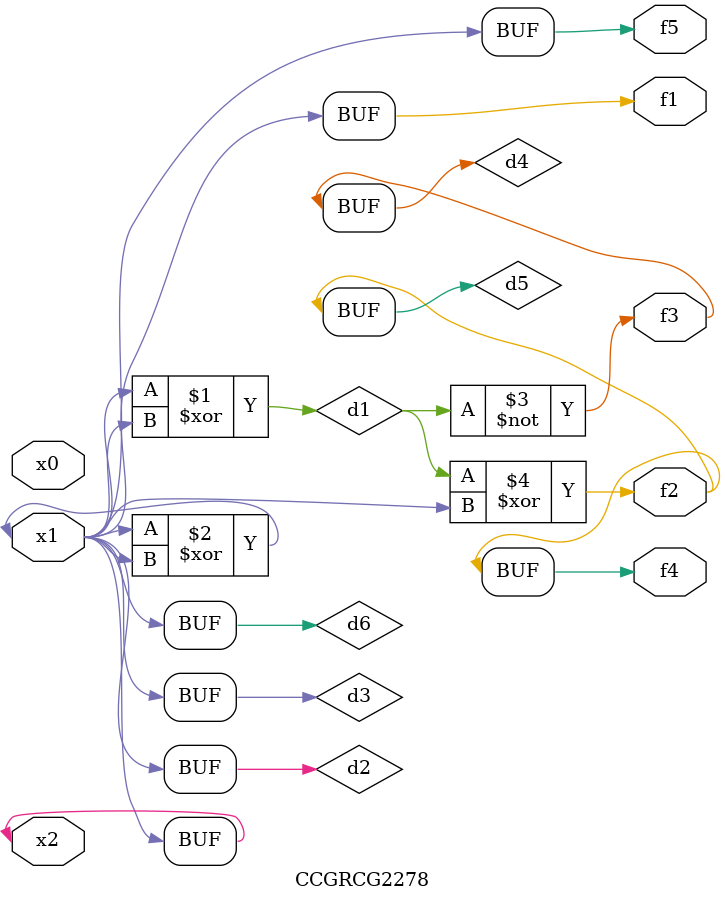
<source format=v>
module CCGRCG2278(
	input x0, x1, x2,
	output f1, f2, f3, f4, f5
);

	wire d1, d2, d3, d4, d5, d6;

	xor (d1, x1, x2);
	buf (d2, x1, x2);
	xor (d3, x1, x2);
	nor (d4, d1);
	xor (d5, d1, d2);
	buf (d6, d2, d3);
	assign f1 = d6;
	assign f2 = d5;
	assign f3 = d4;
	assign f4 = d5;
	assign f5 = d6;
endmodule

</source>
